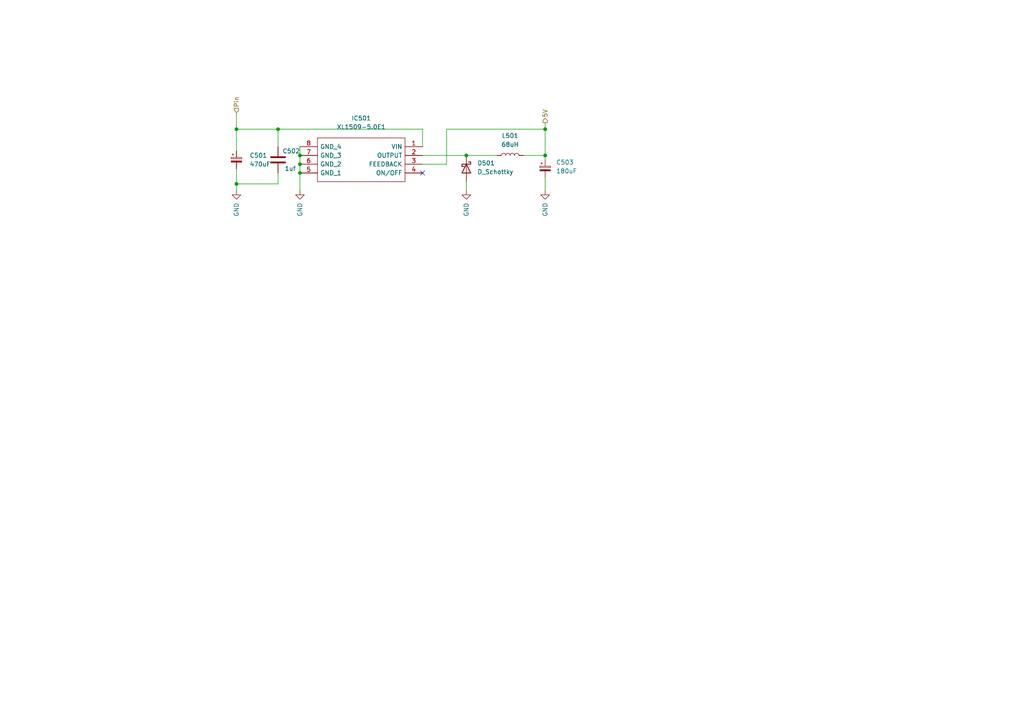
<source format=kicad_sch>
(kicad_sch (version 20211123) (generator eeschema)
  (paper "A4")
  (lib_symbols
    (symbol "Device:C" (pin_numbers hide) (pin_names (offset 0.254))
      (property "Reference" "C" (at 0.635 2.54 0))
      (property "Value" "C" (at 0.635 -2.54 0))
      (symbol "C_0_1"
        (polyline (pts (xy -2.032 -0.762) (xy 2.032 -0.762)) (stroke (width 0.508)))
        (polyline (pts (xy -2.032 0.762) (xy 2.032 0.762)) (stroke (width 0.508)))
      )
      (symbol "C_1_1"
        (pin passive line (at 0 3.81 270) (length 2.794) (name "~") (number "1"))
        (pin passive line (at 0 -3.81 90) (length 2.794) (name "~") (number "2"))
      )
    )
    (symbol "Device:C_Polarized_Small" (pin_numbers hide) (pin_names (offset 0.254) hide)
      (property "Reference" "C" (at 0.254 1.778 0))
      (property "Value" "C_Polarized_Small" (at 0.254 -2.032 0))
      (symbol "C_Polarized_Small_0_1"
        (rectangle (start -1.524 -0.3048) (end 1.524 -0.6858) (fill (type outline)))
        (rectangle (start -1.524 0.6858) (end 1.524 0.3048))
        (polyline (pts (xy -1.27 1.524) (xy -0.762 1.524)))
        (polyline (pts (xy -1.016 1.27) (xy -1.016 1.778)))
      )
      (symbol "C_Polarized_Small_1_1"
        (pin passive line (at 0 2.54 270) (length 1.8542) (name "~") (number "1"))
        (pin passive line (at 0 -2.54 90) (length 1.8542) (name "~") (number "2"))
      )
    )
    (symbol "Device:D_Schottky" (pin_numbers hide) (pin_names (offset 1.016) hide)
      (property "Reference" "D" (at 0 2.54 0))
      (property "Value" "D_Schottky" (at 0 -2.54 0))
      (symbol "D_Schottky_0_1"
        (polyline (pts (xy 1.27 0) (xy -1.27 0)))
        (polyline (pts (xy 1.27 1.27) (xy 1.27 -1.27) (xy -1.27 0) (xy 1.27 1.27)) (stroke (width 0.254)))
        (polyline (pts (xy -1.905 0.635) (xy -1.905 1.27) (xy -1.27 1.27) (xy -1.27 -1.27) (xy -0.635 -1.27) (xy -0.635 -0.635)) (stroke (width 0.254)))
      )
      (symbol "D_Schottky_1_1"
        (pin passive line (at -3.81 0 0) (length 2.54) (name "K") (number "1"))
        (pin passive line (at 3.81 0 180) (length 2.54) (name "A") (number "2"))
      )
    )
    (symbol "Device:L" (pin_numbers hide) (pin_names (offset 1.016) hide)
      (property "Reference" "L" (at -1.27 0 90))
      (property "Value" "L" (at 1.905 0 90))
      (symbol "L_0_1"
        (arc (start 0 -2.54) (mid 0.635 -1.905) (end 0 -1.27))
        (arc (start 0 -1.27) (mid 0.635 -0.635) (end 0 0))
        (arc (start 0 0) (mid 0.635 0.635) (end 0 1.27))
        (arc (start 0 1.27) (mid 0.635 1.905) (end 0 2.54))
      )
      (symbol "L_1_1"
        (pin passive line (at 0 3.81 270) (length 1.27) (name "1") (number "1"))
        (pin passive line (at 0 -3.81 90) (length 1.27) (name "2") (number "2"))
      )
    )
    (symbol "PCB_Library:XL1509-5.0E1" (pin_names (offset 0.762))
      (property "Reference" "IC" (at 31.75 7.62 0))
      (property "Value" "XL1509-5.0E1" (at 35.56 33.655 0))
      (symbol "XL1509-5.0E1_0_0"
        (pin passive line (at 0 0 0) (length 5.08) (name "VIN") (number "1"))
        (pin power_out line (at 0 -2.54 0) (length 5.08) (name "OUTPUT") (number "2"))
        (pin power_out line (at 0 -5.08 0) (length 5.08) (name "FEEDBACK") (number "3"))
        (pin passive line (at 0 -7.62 0) (length 5.08) (name "ON/OFF") (number "4"))
        (pin passive line (at 35.56 -7.62 180) (length 5.08) (name "GND_1") (number "5"))
        (pin passive line (at 35.56 -5.08 180) (length 5.08) (name "GND_2") (number "6"))
        (pin passive line (at 35.56 -2.54 180) (length 5.08) (name "GND_3") (number "7"))
        (pin passive line (at 35.56 0 180) (length 5.08) (name "GND_4") (number "8"))
      )
      (symbol "XL1509-5.0E1_0_1"
        (polyline (pts (xy 5.08 2.54) (xy 30.48 2.54) (xy 30.48 -10.16) (xy 5.08 -10.16) (xy 5.08 2.54)) (stroke (width 0.1524)))
      )
    )
    (symbol "power:GND" (power) (pin_names (offset 0))
      (property "Value" "GND" (at 0 -3.81 0))
      (symbol "GND_0_1"
        (polyline (pts (xy 0 0) (xy 0 -1.27) (xy 1.27 -1.27) (xy 0 -2.54) (xy -1.27 -1.27) (xy 0 -1.27)))
      )
      (symbol "GND_1_1"
        (pin power_in line (at 0 0 270) (length 0) hide (name "GND") (number "1"))
      )
    )
  )
  (junction (at 135.255 45.085))
  (junction (at 86.995 45.085))
  (junction (at 68.58 53.34))
  (junction (at 68.58 37.465))
  (junction (at 86.995 50.165))
  (junction (at 80.645 37.465))
  (junction (at 158.115 45.085))
  (junction (at 158.115 37.465))
  (junction (at 86.995 47.625))
  (no_connect (at 122.555 50.165))
  (wire (pts (xy 68.58 48.895) (xy 68.58 53.34)))
  (wire (pts (xy 68.58 37.465) (xy 68.58 43.815)))
  (wire (pts (xy 135.255 52.705) (xy 135.255 55.245)))
  (wire (pts (xy 135.255 45.085) (xy 144.145 45.085)))
  (wire (pts (xy 86.995 45.085) (xy 86.995 47.625)))
  (wire (pts (xy 80.645 37.465) (xy 122.555 37.465)))
  (wire (pts (xy 68.58 37.465) (xy 80.645 37.465)))
  (wire (pts (xy 122.555 45.085) (xy 135.255 45.085)))
  (wire (pts (xy 158.115 35.56) (xy 158.115 37.465)))
  (wire (pts (xy 151.765 45.085) (xy 158.115 45.085)))
  (wire (pts (xy 122.555 42.545) (xy 122.555 37.465)))
  (wire (pts (xy 80.645 37.465) (xy 80.645 42.545)))
  (wire (pts (xy 86.995 50.165) (xy 86.995 55.245)))
  (wire (pts (xy 129.54 47.625) (xy 129.54 37.465)))
  (wire (pts (xy 68.58 32.639) (xy 68.58 37.465)))
  (wire (pts (xy 68.58 53.34) (xy 68.58 55.245)))
  (wire (pts (xy 86.995 42.545) (xy 86.995 45.085)))
  (wire (pts (xy 86.995 47.625) (xy 86.995 50.165)))
  (wire (pts (xy 158.115 45.085) (xy 158.115 46.355)))
  (wire (pts (xy 158.115 51.435) (xy 158.115 55.245)))
  (wire (pts (xy 129.54 37.465) (xy 158.115 37.465)))
  (wire (pts (xy 80.645 53.34) (xy 68.58 53.34)))
  (wire (pts (xy 80.645 50.165) (xy 80.645 53.34)))
  (wire (pts (xy 158.115 37.465) (xy 158.115 45.085)))
  (wire (pts (xy 122.555 47.625) (xy 129.54 47.625)))
  (hierarchical_label "Pin" (shape input) (at 68.58 32.639 90))
  (hierarchical_label "5V" (shape output) (at 158.115 35.56 90))
  (symbol (lib_id "power:GND") (at 135.255 55.245 0) (unit 1)
    (property "Reference" "#PWR0503" (effects hide))
    (property "Value" "GND" (at 135.255 62.865 90) (effects (justify left)))
  )
  (symbol (lib_id "Device:C_Polarized_Small") (at 158.115 48.895 0) (unit 1)
    (property "Reference" "C503" (at 161.29 47.0788 0) (effects (justify left)))
    (property "Value" "180uF" (at 161.29 49.6188 0) (effects (justify left)))
    (property "Footprint" "Footprints:C_Radial_D5.0mm_H11.0mm_P2.00mm" (effects hide))
    (property "LCSC" "C442570" (effects hide))
  )
  (symbol (lib_id "Device:C") (at 80.645 46.355 180) (unit 1)
    (property "Reference" "C502" (at 81.915 43.815 0) (effects (justify right)))
    (property "Value" "1uf" (at 82.55 48.895 0) (effects (justify right)))
    (property "Footprint" "Footprints:C_0402_1005Metric" (effects hide))
    (property "LCSC" "C307413" (effects hide))
  )
  (symbol (lib_id "power:GND") (at 86.995 55.245 0) (unit 1)
    (property "Reference" "#PWR0502" (effects hide))
    (property "Value" "GND" (at 86.995 62.865 90) (effects (justify left)))
  )
  (symbol (lib_id "Device:D_Schottky") (at 135.255 48.895 270) (unit 1)
    (property "Reference" "D501" (at 138.43 47.3074 90) (effects (justify left)))
    (property "Value" "D_Schottky" (at 138.43 49.8474 90) (effects (justify left)))
    (property "Footprint" "Footprints:D_SMB" (effects hide))
    (property "LCSC" "C47124" (effects hide))
  )
  (symbol (lib_id "PCB_Library:XL1509-5.0E1") (at 122.555 42.545 0) (mirror y) (unit 1)
    (property "Reference" "IC501" (at 104.775 34.29 0))
    (property "Value" "XL1509-5.0E1" (at 104.775 36.83 0))
    (property "Footprint" "SOIC127P600X175-8N" (effects hide))
    (property "Datasheet" "https://datasheet.lcsc.com/szlcsc/XLSEMI-XL1509-5-0E1_C61063.pdf" (effects hide))
    (property "Description" "2A 150KHz 40V Buck DC to DC Converter." (effects hide))
    (property "Height" "1.75" (effects hide))
    (property "Manufacturer_Name" "XLSEMI" (effects hide))
    (property "Manufacturer_Part_Number" "XL1509-5.0E1" (effects hide))
    (property "LCSC" "C61063" (effects hide))
  )
  (symbol (lib_id "Device:C_Polarized_Small") (at 68.58 46.355 0) (unit 1)
    (property "Reference" "C501" (at 72.39 45.0849 0) (effects (justify left)))
    (property "Value" "470uF" (at 72.39 47.6249 0) (effects (justify left)))
    (property "Footprint" "Footprints:C_Elec_10x10.2" (effects hide))
    (property "LCSC" "C131125" (effects hide))
  )
  (symbol (lib_id "power:GND") (at 68.58 55.245 0) (unit 1)
    (property "Reference" "#PWR0501" (effects hide))
    (property "Value" "GND" (at 68.58 62.865 90) (effects (justify left)))
  )
  (symbol (lib_id "power:GND") (at 158.115 55.245 0) (unit 1)
    (property "Reference" "#PWR0504" (effects hide))
    (property "Value" "GND" (at 158.115 62.865 90) (effects (justify left)))
  )
  (symbol (lib_id "Device:L") (at 147.955 45.085 90) (unit 1)
    (property "Reference" "L501" (at 147.955 39.37 90))
    (property "Value" "68uH" (at 147.955 41.91 90))
    (property "Footprint" "Footprints:L_6.0x6.0_4.5" (effects hide))
    (property "LCSC" "C53663" (effects hide))
  )
)
</source>
